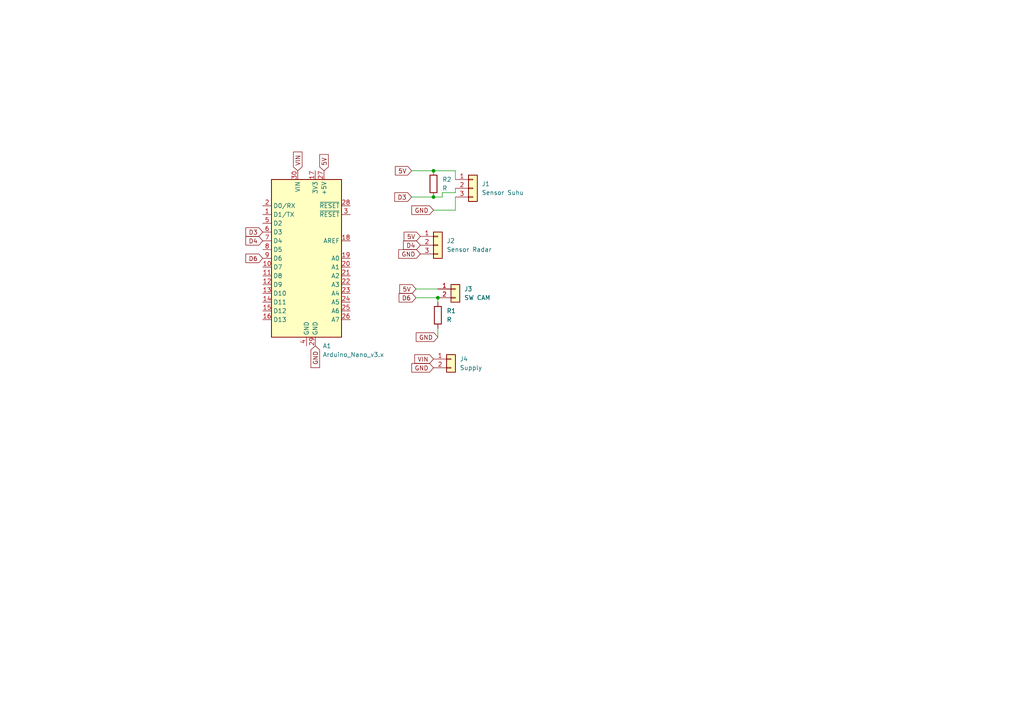
<source format=kicad_sch>
(kicad_sch
	(version 20250114)
	(generator "eeschema")
	(generator_version "9.0")
	(uuid "c51d99f9-4cb1-40d3-815a-5e45fb12fa68")
	(paper "A4")
	(lib_symbols
		(symbol "Connector_Generic:Conn_01x02"
			(pin_names
				(offset 1.016)
				(hide yes)
			)
			(exclude_from_sim no)
			(in_bom yes)
			(on_board yes)
			(property "Reference" "J"
				(at 0 2.54 0)
				(effects
					(font
						(size 1.27 1.27)
					)
				)
			)
			(property "Value" "Conn_01x02"
				(at 0 -5.08 0)
				(effects
					(font
						(size 1.27 1.27)
					)
				)
			)
			(property "Footprint" ""
				(at 0 0 0)
				(effects
					(font
						(size 1.27 1.27)
					)
					(hide yes)
				)
			)
			(property "Datasheet" "~"
				(at 0 0 0)
				(effects
					(font
						(size 1.27 1.27)
					)
					(hide yes)
				)
			)
			(property "Description" "Generic connector, single row, 01x02, script generated (kicad-library-utils/schlib/autogen/connector/)"
				(at 0 0 0)
				(effects
					(font
						(size 1.27 1.27)
					)
					(hide yes)
				)
			)
			(property "ki_keywords" "connector"
				(at 0 0 0)
				(effects
					(font
						(size 1.27 1.27)
					)
					(hide yes)
				)
			)
			(property "ki_fp_filters" "Connector*:*_1x??_*"
				(at 0 0 0)
				(effects
					(font
						(size 1.27 1.27)
					)
					(hide yes)
				)
			)
			(symbol "Conn_01x02_1_1"
				(rectangle
					(start -1.27 1.27)
					(end 1.27 -3.81)
					(stroke
						(width 0.254)
						(type default)
					)
					(fill
						(type background)
					)
				)
				(rectangle
					(start -1.27 0.127)
					(end 0 -0.127)
					(stroke
						(width 0.1524)
						(type default)
					)
					(fill
						(type none)
					)
				)
				(rectangle
					(start -1.27 -2.413)
					(end 0 -2.667)
					(stroke
						(width 0.1524)
						(type default)
					)
					(fill
						(type none)
					)
				)
				(pin passive line
					(at -5.08 0 0)
					(length 3.81)
					(name "Pin_1"
						(effects
							(font
								(size 1.27 1.27)
							)
						)
					)
					(number "1"
						(effects
							(font
								(size 1.27 1.27)
							)
						)
					)
				)
				(pin passive line
					(at -5.08 -2.54 0)
					(length 3.81)
					(name "Pin_2"
						(effects
							(font
								(size 1.27 1.27)
							)
						)
					)
					(number "2"
						(effects
							(font
								(size 1.27 1.27)
							)
						)
					)
				)
			)
			(embedded_fonts no)
		)
		(symbol "Connector_Generic:Conn_01x03"
			(pin_names
				(offset 1.016)
				(hide yes)
			)
			(exclude_from_sim no)
			(in_bom yes)
			(on_board yes)
			(property "Reference" "J"
				(at 0 5.08 0)
				(effects
					(font
						(size 1.27 1.27)
					)
				)
			)
			(property "Value" "Conn_01x03"
				(at 0 -5.08 0)
				(effects
					(font
						(size 1.27 1.27)
					)
				)
			)
			(property "Footprint" ""
				(at 0 0 0)
				(effects
					(font
						(size 1.27 1.27)
					)
					(hide yes)
				)
			)
			(property "Datasheet" "~"
				(at 0 0 0)
				(effects
					(font
						(size 1.27 1.27)
					)
					(hide yes)
				)
			)
			(property "Description" "Generic connector, single row, 01x03, script generated (kicad-library-utils/schlib/autogen/connector/)"
				(at 0 0 0)
				(effects
					(font
						(size 1.27 1.27)
					)
					(hide yes)
				)
			)
			(property "ki_keywords" "connector"
				(at 0 0 0)
				(effects
					(font
						(size 1.27 1.27)
					)
					(hide yes)
				)
			)
			(property "ki_fp_filters" "Connector*:*_1x??_*"
				(at 0 0 0)
				(effects
					(font
						(size 1.27 1.27)
					)
					(hide yes)
				)
			)
			(symbol "Conn_01x03_1_1"
				(rectangle
					(start -1.27 3.81)
					(end 1.27 -3.81)
					(stroke
						(width 0.254)
						(type default)
					)
					(fill
						(type background)
					)
				)
				(rectangle
					(start -1.27 2.667)
					(end 0 2.413)
					(stroke
						(width 0.1524)
						(type default)
					)
					(fill
						(type none)
					)
				)
				(rectangle
					(start -1.27 0.127)
					(end 0 -0.127)
					(stroke
						(width 0.1524)
						(type default)
					)
					(fill
						(type none)
					)
				)
				(rectangle
					(start -1.27 -2.413)
					(end 0 -2.667)
					(stroke
						(width 0.1524)
						(type default)
					)
					(fill
						(type none)
					)
				)
				(pin passive line
					(at -5.08 2.54 0)
					(length 3.81)
					(name "Pin_1"
						(effects
							(font
								(size 1.27 1.27)
							)
						)
					)
					(number "1"
						(effects
							(font
								(size 1.27 1.27)
							)
						)
					)
				)
				(pin passive line
					(at -5.08 0 0)
					(length 3.81)
					(name "Pin_2"
						(effects
							(font
								(size 1.27 1.27)
							)
						)
					)
					(number "2"
						(effects
							(font
								(size 1.27 1.27)
							)
						)
					)
				)
				(pin passive line
					(at -5.08 -2.54 0)
					(length 3.81)
					(name "Pin_3"
						(effects
							(font
								(size 1.27 1.27)
							)
						)
					)
					(number "3"
						(effects
							(font
								(size 1.27 1.27)
							)
						)
					)
				)
			)
			(embedded_fonts no)
		)
		(symbol "Device:R"
			(pin_numbers
				(hide yes)
			)
			(pin_names
				(offset 0)
			)
			(exclude_from_sim no)
			(in_bom yes)
			(on_board yes)
			(property "Reference" "R"
				(at 2.032 0 90)
				(effects
					(font
						(size 1.27 1.27)
					)
				)
			)
			(property "Value" "R"
				(at 0 0 90)
				(effects
					(font
						(size 1.27 1.27)
					)
				)
			)
			(property "Footprint" ""
				(at -1.778 0 90)
				(effects
					(font
						(size 1.27 1.27)
					)
					(hide yes)
				)
			)
			(property "Datasheet" "~"
				(at 0 0 0)
				(effects
					(font
						(size 1.27 1.27)
					)
					(hide yes)
				)
			)
			(property "Description" "Resistor"
				(at 0 0 0)
				(effects
					(font
						(size 1.27 1.27)
					)
					(hide yes)
				)
			)
			(property "ki_keywords" "R res resistor"
				(at 0 0 0)
				(effects
					(font
						(size 1.27 1.27)
					)
					(hide yes)
				)
			)
			(property "ki_fp_filters" "R_*"
				(at 0 0 0)
				(effects
					(font
						(size 1.27 1.27)
					)
					(hide yes)
				)
			)
			(symbol "R_0_1"
				(rectangle
					(start -1.016 -2.54)
					(end 1.016 2.54)
					(stroke
						(width 0.254)
						(type default)
					)
					(fill
						(type none)
					)
				)
			)
			(symbol "R_1_1"
				(pin passive line
					(at 0 3.81 270)
					(length 1.27)
					(name "~"
						(effects
							(font
								(size 1.27 1.27)
							)
						)
					)
					(number "1"
						(effects
							(font
								(size 1.27 1.27)
							)
						)
					)
				)
				(pin passive line
					(at 0 -3.81 90)
					(length 1.27)
					(name "~"
						(effects
							(font
								(size 1.27 1.27)
							)
						)
					)
					(number "2"
						(effects
							(font
								(size 1.27 1.27)
							)
						)
					)
				)
			)
			(embedded_fonts no)
		)
		(symbol "MCU_Module:Arduino_Nano_v3.x"
			(exclude_from_sim no)
			(in_bom yes)
			(on_board yes)
			(property "Reference" "A"
				(at -10.16 23.495 0)
				(effects
					(font
						(size 1.27 1.27)
					)
					(justify left bottom)
				)
			)
			(property "Value" "Arduino_Nano_v3.x"
				(at 5.08 -24.13 0)
				(effects
					(font
						(size 1.27 1.27)
					)
					(justify left top)
				)
			)
			(property "Footprint" "Module:Arduino_Nano"
				(at 0 0 0)
				(effects
					(font
						(size 1.27 1.27)
						(italic yes)
					)
					(hide yes)
				)
			)
			(property "Datasheet" "http://www.mouser.com/pdfdocs/Gravitech_Arduino_Nano3_0.pdf"
				(at 0 0 0)
				(effects
					(font
						(size 1.27 1.27)
					)
					(hide yes)
				)
			)
			(property "Description" "Arduino Nano v3.x"
				(at 0 0 0)
				(effects
					(font
						(size 1.27 1.27)
					)
					(hide yes)
				)
			)
			(property "ki_keywords" "Arduino nano microcontroller module USB"
				(at 0 0 0)
				(effects
					(font
						(size 1.27 1.27)
					)
					(hide yes)
				)
			)
			(property "ki_fp_filters" "Arduino*Nano*"
				(at 0 0 0)
				(effects
					(font
						(size 1.27 1.27)
					)
					(hide yes)
				)
			)
			(symbol "Arduino_Nano_v3.x_0_1"
				(rectangle
					(start -10.16 22.86)
					(end 10.16 -22.86)
					(stroke
						(width 0.254)
						(type default)
					)
					(fill
						(type background)
					)
				)
			)
			(symbol "Arduino_Nano_v3.x_1_1"
				(pin bidirectional line
					(at -12.7 15.24 0)
					(length 2.54)
					(name "D0/RX"
						(effects
							(font
								(size 1.27 1.27)
							)
						)
					)
					(number "2"
						(effects
							(font
								(size 1.27 1.27)
							)
						)
					)
				)
				(pin bidirectional line
					(at -12.7 12.7 0)
					(length 2.54)
					(name "D1/TX"
						(effects
							(font
								(size 1.27 1.27)
							)
						)
					)
					(number "1"
						(effects
							(font
								(size 1.27 1.27)
							)
						)
					)
				)
				(pin bidirectional line
					(at -12.7 10.16 0)
					(length 2.54)
					(name "D2"
						(effects
							(font
								(size 1.27 1.27)
							)
						)
					)
					(number "5"
						(effects
							(font
								(size 1.27 1.27)
							)
						)
					)
				)
				(pin bidirectional line
					(at -12.7 7.62 0)
					(length 2.54)
					(name "D3"
						(effects
							(font
								(size 1.27 1.27)
							)
						)
					)
					(number "6"
						(effects
							(font
								(size 1.27 1.27)
							)
						)
					)
				)
				(pin bidirectional line
					(at -12.7 5.08 0)
					(length 2.54)
					(name "D4"
						(effects
							(font
								(size 1.27 1.27)
							)
						)
					)
					(number "7"
						(effects
							(font
								(size 1.27 1.27)
							)
						)
					)
				)
				(pin bidirectional line
					(at -12.7 2.54 0)
					(length 2.54)
					(name "D5"
						(effects
							(font
								(size 1.27 1.27)
							)
						)
					)
					(number "8"
						(effects
							(font
								(size 1.27 1.27)
							)
						)
					)
				)
				(pin bidirectional line
					(at -12.7 0 0)
					(length 2.54)
					(name "D6"
						(effects
							(font
								(size 1.27 1.27)
							)
						)
					)
					(number "9"
						(effects
							(font
								(size 1.27 1.27)
							)
						)
					)
				)
				(pin bidirectional line
					(at -12.7 -2.54 0)
					(length 2.54)
					(name "D7"
						(effects
							(font
								(size 1.27 1.27)
							)
						)
					)
					(number "10"
						(effects
							(font
								(size 1.27 1.27)
							)
						)
					)
				)
				(pin bidirectional line
					(at -12.7 -5.08 0)
					(length 2.54)
					(name "D8"
						(effects
							(font
								(size 1.27 1.27)
							)
						)
					)
					(number "11"
						(effects
							(font
								(size 1.27 1.27)
							)
						)
					)
				)
				(pin bidirectional line
					(at -12.7 -7.62 0)
					(length 2.54)
					(name "D9"
						(effects
							(font
								(size 1.27 1.27)
							)
						)
					)
					(number "12"
						(effects
							(font
								(size 1.27 1.27)
							)
						)
					)
				)
				(pin bidirectional line
					(at -12.7 -10.16 0)
					(length 2.54)
					(name "D10"
						(effects
							(font
								(size 1.27 1.27)
							)
						)
					)
					(number "13"
						(effects
							(font
								(size 1.27 1.27)
							)
						)
					)
				)
				(pin bidirectional line
					(at -12.7 -12.7 0)
					(length 2.54)
					(name "D11"
						(effects
							(font
								(size 1.27 1.27)
							)
						)
					)
					(number "14"
						(effects
							(font
								(size 1.27 1.27)
							)
						)
					)
				)
				(pin bidirectional line
					(at -12.7 -15.24 0)
					(length 2.54)
					(name "D12"
						(effects
							(font
								(size 1.27 1.27)
							)
						)
					)
					(number "15"
						(effects
							(font
								(size 1.27 1.27)
							)
						)
					)
				)
				(pin bidirectional line
					(at -12.7 -17.78 0)
					(length 2.54)
					(name "D13"
						(effects
							(font
								(size 1.27 1.27)
							)
						)
					)
					(number "16"
						(effects
							(font
								(size 1.27 1.27)
							)
						)
					)
				)
				(pin power_in line
					(at -2.54 25.4 270)
					(length 2.54)
					(name "VIN"
						(effects
							(font
								(size 1.27 1.27)
							)
						)
					)
					(number "30"
						(effects
							(font
								(size 1.27 1.27)
							)
						)
					)
				)
				(pin power_in line
					(at 0 -25.4 90)
					(length 2.54)
					(name "GND"
						(effects
							(font
								(size 1.27 1.27)
							)
						)
					)
					(number "4"
						(effects
							(font
								(size 1.27 1.27)
							)
						)
					)
				)
				(pin power_out line
					(at 2.54 25.4 270)
					(length 2.54)
					(name "3V3"
						(effects
							(font
								(size 1.27 1.27)
							)
						)
					)
					(number "17"
						(effects
							(font
								(size 1.27 1.27)
							)
						)
					)
				)
				(pin power_in line
					(at 2.54 -25.4 90)
					(length 2.54)
					(name "GND"
						(effects
							(font
								(size 1.27 1.27)
							)
						)
					)
					(number "29"
						(effects
							(font
								(size 1.27 1.27)
							)
						)
					)
				)
				(pin power_out line
					(at 5.08 25.4 270)
					(length 2.54)
					(name "+5V"
						(effects
							(font
								(size 1.27 1.27)
							)
						)
					)
					(number "27"
						(effects
							(font
								(size 1.27 1.27)
							)
						)
					)
				)
				(pin input line
					(at 12.7 15.24 180)
					(length 2.54)
					(name "~{RESET}"
						(effects
							(font
								(size 1.27 1.27)
							)
						)
					)
					(number "28"
						(effects
							(font
								(size 1.27 1.27)
							)
						)
					)
				)
				(pin input line
					(at 12.7 12.7 180)
					(length 2.54)
					(name "~{RESET}"
						(effects
							(font
								(size 1.27 1.27)
							)
						)
					)
					(number "3"
						(effects
							(font
								(size 1.27 1.27)
							)
						)
					)
				)
				(pin input line
					(at 12.7 5.08 180)
					(length 2.54)
					(name "AREF"
						(effects
							(font
								(size 1.27 1.27)
							)
						)
					)
					(number "18"
						(effects
							(font
								(size 1.27 1.27)
							)
						)
					)
				)
				(pin bidirectional line
					(at 12.7 0 180)
					(length 2.54)
					(name "A0"
						(effects
							(font
								(size 1.27 1.27)
							)
						)
					)
					(number "19"
						(effects
							(font
								(size 1.27 1.27)
							)
						)
					)
				)
				(pin bidirectional line
					(at 12.7 -2.54 180)
					(length 2.54)
					(name "A1"
						(effects
							(font
								(size 1.27 1.27)
							)
						)
					)
					(number "20"
						(effects
							(font
								(size 1.27 1.27)
							)
						)
					)
				)
				(pin bidirectional line
					(at 12.7 -5.08 180)
					(length 2.54)
					(name "A2"
						(effects
							(font
								(size 1.27 1.27)
							)
						)
					)
					(number "21"
						(effects
							(font
								(size 1.27 1.27)
							)
						)
					)
				)
				(pin bidirectional line
					(at 12.7 -7.62 180)
					(length 2.54)
					(name "A3"
						(effects
							(font
								(size 1.27 1.27)
							)
						)
					)
					(number "22"
						(effects
							(font
								(size 1.27 1.27)
							)
						)
					)
				)
				(pin bidirectional line
					(at 12.7 -10.16 180)
					(length 2.54)
					(name "A4"
						(effects
							(font
								(size 1.27 1.27)
							)
						)
					)
					(number "23"
						(effects
							(font
								(size 1.27 1.27)
							)
						)
					)
				)
				(pin bidirectional line
					(at 12.7 -12.7 180)
					(length 2.54)
					(name "A5"
						(effects
							(font
								(size 1.27 1.27)
							)
						)
					)
					(number "24"
						(effects
							(font
								(size 1.27 1.27)
							)
						)
					)
				)
				(pin bidirectional line
					(at 12.7 -15.24 180)
					(length 2.54)
					(name "A6"
						(effects
							(font
								(size 1.27 1.27)
							)
						)
					)
					(number "25"
						(effects
							(font
								(size 1.27 1.27)
							)
						)
					)
				)
				(pin bidirectional line
					(at 12.7 -17.78 180)
					(length 2.54)
					(name "A7"
						(effects
							(font
								(size 1.27 1.27)
							)
						)
					)
					(number "26"
						(effects
							(font
								(size 1.27 1.27)
							)
						)
					)
				)
			)
			(embedded_fonts no)
		)
	)
	(junction
		(at 125.73 49.53)
		(diameter 0)
		(color 0 0 0 0)
		(uuid "e6561c5f-7b1d-46c1-a4c9-7574b0af7fad")
	)
	(junction
		(at 125.73 57.15)
		(diameter 0)
		(color 0 0 0 0)
		(uuid "e82a6e8e-f7ac-4622-8a84-55291a5742b9")
	)
	(junction
		(at 127 86.36)
		(diameter 0)
		(color 0 0 0 0)
		(uuid "fada7c01-cb5d-4f17-8522-b425cb884b80")
	)
	(wire
		(pts
			(xy 128.27 55.88) (xy 128.27 57.15)
		)
		(stroke
			(width 0)
			(type default)
		)
		(uuid "123cf06a-0ec8-45b6-86f0-3d0fe9e47091")
	)
	(wire
		(pts
			(xy 127 87.63) (xy 127 86.36)
		)
		(stroke
			(width 0)
			(type default)
		)
		(uuid "3aa5cb15-d46b-4aee-a275-1f02a9b6fce6")
	)
	(wire
		(pts
			(xy 120.65 86.36) (xy 127 86.36)
		)
		(stroke
			(width 0)
			(type default)
		)
		(uuid "466624ca-7793-470d-8b76-fd7932b74ceb")
	)
	(wire
		(pts
			(xy 125.73 60.96) (xy 132.08 60.96)
		)
		(stroke
			(width 0)
			(type default)
		)
		(uuid "69034541-a923-4c4c-b69d-dcd4c9fbf23a")
	)
	(wire
		(pts
			(xy 132.08 55.88) (xy 128.27 55.88)
		)
		(stroke
			(width 0)
			(type default)
		)
		(uuid "6a23d5c6-4485-4643-aca0-e79f2c8a02d4")
	)
	(wire
		(pts
			(xy 119.38 57.15) (xy 125.73 57.15)
		)
		(stroke
			(width 0)
			(type default)
		)
		(uuid "848fc9c8-eebf-4a4b-b874-ef5bb2e5e611")
	)
	(wire
		(pts
			(xy 132.08 54.61) (xy 132.08 55.88)
		)
		(stroke
			(width 0)
			(type default)
		)
		(uuid "8d93a005-62ca-494d-adcc-268159080da4")
	)
	(wire
		(pts
			(xy 132.08 60.96) (xy 132.08 57.15)
		)
		(stroke
			(width 0)
			(type default)
		)
		(uuid "92d9fa0a-767e-4994-9c73-0cc4aaca95ec")
	)
	(wire
		(pts
			(xy 127 97.79) (xy 127 95.25)
		)
		(stroke
			(width 0)
			(type default)
		)
		(uuid "a3ec7bb2-e910-45fb-841a-b01f509285bd")
	)
	(wire
		(pts
			(xy 132.08 49.53) (xy 125.73 49.53)
		)
		(stroke
			(width 0)
			(type default)
		)
		(uuid "a56f14c1-8641-4424-9f37-518513adc421")
	)
	(wire
		(pts
			(xy 120.65 83.82) (xy 127 83.82)
		)
		(stroke
			(width 0)
			(type default)
		)
		(uuid "a830c520-a8fa-42f0-8065-53a3ecb69d2c")
	)
	(wire
		(pts
			(xy 119.38 49.53) (xy 125.73 49.53)
		)
		(stroke
			(width 0)
			(type default)
		)
		(uuid "e02d68c7-ee52-477f-898f-ba7322e9ff45")
	)
	(wire
		(pts
			(xy 132.08 52.07) (xy 132.08 49.53)
		)
		(stroke
			(width 0)
			(type default)
		)
		(uuid "e4611e1c-5753-4e95-aab9-33ba7570a5b5")
	)
	(wire
		(pts
			(xy 128.27 57.15) (xy 125.73 57.15)
		)
		(stroke
			(width 0)
			(type default)
		)
		(uuid "ef7f2d50-eb19-4d48-aa41-6e445fd1280f")
	)
	(global_label "D3"
		(shape input)
		(at 119.38 57.15 180)
		(fields_autoplaced yes)
		(effects
			(font
				(size 1.27 1.27)
			)
			(justify right)
		)
		(uuid "2140b488-30e1-44b2-b577-d3ab45a7f963")
		(property "Intersheetrefs" "${INTERSHEET_REFS}"
			(at 113.9153 57.15 0)
			(effects
				(font
					(size 1.27 1.27)
				)
				(justify right)
				(hide yes)
			)
		)
	)
	(global_label "5V"
		(shape input)
		(at 93.98 49.53 90)
		(fields_autoplaced yes)
		(effects
			(font
				(size 1.27 1.27)
			)
			(justify left)
		)
		(uuid "219a309b-8c98-48e6-be28-0cb3064c13cc")
		(property "Intersheetrefs" "${INTERSHEET_REFS}"
			(at 93.98 44.2467 90)
			(effects
				(font
					(size 1.27 1.27)
				)
				(justify left)
				(hide yes)
			)
		)
	)
	(global_label "D4"
		(shape input)
		(at 121.92 71.12 180)
		(fields_autoplaced yes)
		(effects
			(font
				(size 1.27 1.27)
			)
			(justify right)
		)
		(uuid "2dcbec26-ecb5-4b73-a97a-3b7c4d8c6443")
		(property "Intersheetrefs" "${INTERSHEET_REFS}"
			(at 116.4553 71.12 0)
			(effects
				(font
					(size 1.27 1.27)
				)
				(justify right)
				(hide yes)
			)
		)
	)
	(global_label "GND"
		(shape input)
		(at 127 97.79 180)
		(fields_autoplaced yes)
		(effects
			(font
				(size 1.27 1.27)
			)
			(justify right)
		)
		(uuid "30cd5d33-ae00-4c2f-b5fe-33cce5409a4d")
		(property "Intersheetrefs" "${INTERSHEET_REFS}"
			(at 120.1443 97.79 0)
			(effects
				(font
					(size 1.27 1.27)
				)
				(justify right)
				(hide yes)
			)
		)
	)
	(global_label "5V"
		(shape input)
		(at 119.38 49.53 180)
		(fields_autoplaced yes)
		(effects
			(font
				(size 1.27 1.27)
			)
			(justify right)
		)
		(uuid "381f414a-7cb5-43d6-8a8a-c65a0df58d10")
		(property "Intersheetrefs" "${INTERSHEET_REFS}"
			(at 114.0967 49.53 0)
			(effects
				(font
					(size 1.27 1.27)
				)
				(justify right)
				(hide yes)
			)
		)
	)
	(global_label "VIN"
		(shape input)
		(at 125.73 104.14 180)
		(fields_autoplaced yes)
		(effects
			(font
				(size 1.27 1.27)
			)
			(justify right)
		)
		(uuid "39aab8d9-700a-40d0-94c3-5d6078179082")
		(property "Intersheetrefs" "${INTERSHEET_REFS}"
			(at 119.7209 104.14 0)
			(effects
				(font
					(size 1.27 1.27)
				)
				(justify right)
				(hide yes)
			)
		)
	)
	(global_label "VIN"
		(shape input)
		(at 86.36 49.53 90)
		(fields_autoplaced yes)
		(effects
			(font
				(size 1.27 1.27)
			)
			(justify left)
		)
		(uuid "402320c9-d744-4d3e-ac89-8435aee44c2d")
		(property "Intersheetrefs" "${INTERSHEET_REFS}"
			(at 86.36 43.5209 90)
			(effects
				(font
					(size 1.27 1.27)
				)
				(justify left)
				(hide yes)
			)
		)
	)
	(global_label "GND"
		(shape input)
		(at 125.73 106.68 180)
		(fields_autoplaced yes)
		(effects
			(font
				(size 1.27 1.27)
			)
			(justify right)
		)
		(uuid "44f9605b-5a3b-448e-be31-bb68c6abcc43")
		(property "Intersheetrefs" "${INTERSHEET_REFS}"
			(at 118.8743 106.68 0)
			(effects
				(font
					(size 1.27 1.27)
				)
				(justify right)
				(hide yes)
			)
		)
	)
	(global_label "D3"
		(shape input)
		(at 76.2 67.31 180)
		(fields_autoplaced yes)
		(effects
			(font
				(size 1.27 1.27)
			)
			(justify right)
		)
		(uuid "46d0a340-4002-4e85-9c80-d8ade863f9be")
		(property "Intersheetrefs" "${INTERSHEET_REFS}"
			(at 70.7353 67.31 0)
			(effects
				(font
					(size 1.27 1.27)
				)
				(justify right)
				(hide yes)
			)
		)
	)
	(global_label "D4"
		(shape input)
		(at 76.2 69.85 180)
		(fields_autoplaced yes)
		(effects
			(font
				(size 1.27 1.27)
			)
			(justify right)
		)
		(uuid "552c5b58-31af-4073-a22c-a4d2ed2cf894")
		(property "Intersheetrefs" "${INTERSHEET_REFS}"
			(at 70.7353 69.85 0)
			(effects
				(font
					(size 1.27 1.27)
				)
				(justify right)
				(hide yes)
			)
		)
	)
	(global_label "GND"
		(shape input)
		(at 121.92 73.66 180)
		(fields_autoplaced yes)
		(effects
			(font
				(size 1.27 1.27)
			)
			(justify right)
		)
		(uuid "754127da-57b4-4be8-8795-b69d890592f0")
		(property "Intersheetrefs" "${INTERSHEET_REFS}"
			(at 115.0643 73.66 0)
			(effects
				(font
					(size 1.27 1.27)
				)
				(justify right)
				(hide yes)
			)
		)
	)
	(global_label "D6"
		(shape input)
		(at 120.65 86.36 180)
		(fields_autoplaced yes)
		(effects
			(font
				(size 1.27 1.27)
			)
			(justify right)
		)
		(uuid "9d9c7f3e-085f-4ee2-946f-b7620e80305f")
		(property "Intersheetrefs" "${INTERSHEET_REFS}"
			(at 115.1853 86.36 0)
			(effects
				(font
					(size 1.27 1.27)
				)
				(justify right)
				(hide yes)
			)
		)
	)
	(global_label "D6"
		(shape input)
		(at 76.2 74.93 180)
		(fields_autoplaced yes)
		(effects
			(font
				(size 1.27 1.27)
			)
			(justify right)
		)
		(uuid "ab956c17-5acd-4cb6-a9ae-820cda811a3f")
		(property "Intersheetrefs" "${INTERSHEET_REFS}"
			(at 70.7353 74.93 0)
			(effects
				(font
					(size 1.27 1.27)
				)
				(justify right)
				(hide yes)
			)
		)
	)
	(global_label "5V"
		(shape input)
		(at 120.65 83.82 180)
		(fields_autoplaced yes)
		(effects
			(font
				(size 1.27 1.27)
			)
			(justify right)
		)
		(uuid "b87b6299-2e7a-4558-8686-969bdbae411d")
		(property "Intersheetrefs" "${INTERSHEET_REFS}"
			(at 115.3667 83.82 0)
			(effects
				(font
					(size 1.27 1.27)
				)
				(justify right)
				(hide yes)
			)
		)
	)
	(global_label "GND"
		(shape input)
		(at 125.73 60.96 180)
		(fields_autoplaced yes)
		(effects
			(font
				(size 1.27 1.27)
			)
			(justify right)
		)
		(uuid "d8bb96e5-8ce1-4f66-b141-3ba213f461d4")
		(property "Intersheetrefs" "${INTERSHEET_REFS}"
			(at 118.8743 60.96 0)
			(effects
				(font
					(size 1.27 1.27)
				)
				(justify right)
				(hide yes)
			)
		)
	)
	(global_label "5V"
		(shape input)
		(at 121.92 68.58 180)
		(fields_autoplaced yes)
		(effects
			(font
				(size 1.27 1.27)
			)
			(justify right)
		)
		(uuid "e54e8fd5-a81c-4c1a-8b90-20e04f729639")
		(property "Intersheetrefs" "${INTERSHEET_REFS}"
			(at 116.6367 68.58 0)
			(effects
				(font
					(size 1.27 1.27)
				)
				(justify right)
				(hide yes)
			)
		)
	)
	(global_label "GND"
		(shape input)
		(at 91.44 100.33 270)
		(fields_autoplaced yes)
		(effects
			(font
				(size 1.27 1.27)
			)
			(justify right)
		)
		(uuid "f59306be-634b-4e14-aa19-4635f63472da")
		(property "Intersheetrefs" "${INTERSHEET_REFS}"
			(at 91.44 107.1857 90)
			(effects
				(font
					(size 1.27 1.27)
				)
				(justify right)
				(hide yes)
			)
		)
	)
	(symbol
		(lib_id "Device:R")
		(at 125.73 53.34 180)
		(unit 1)
		(exclude_from_sim no)
		(in_bom yes)
		(on_board yes)
		(dnp no)
		(fields_autoplaced yes)
		(uuid "012331cd-4da0-4e46-b9e1-759ee00d3063")
		(property "Reference" "R2"
			(at 128.27 52.0699 0)
			(effects
				(font
					(size 1.27 1.27)
				)
				(justify right)
			)
		)
		(property "Value" "R"
			(at 128.27 54.6099 0)
			(effects
				(font
					(size 1.27 1.27)
				)
				(justify right)
			)
		)
		(property "Footprint" "Resistor_SMD:R_1206_3216Metric_Pad1.30x1.75mm_HandSolder"
			(at 127.508 53.34 90)
			(effects
				(font
					(size 1.27 1.27)
				)
				(hide yes)
			)
		)
		(property "Datasheet" "~"
			(at 125.73 53.34 0)
			(effects
				(font
					(size 1.27 1.27)
				)
				(hide yes)
			)
		)
		(property "Description" "Resistor"
			(at 125.73 53.34 0)
			(effects
				(font
					(size 1.27 1.27)
				)
				(hide yes)
			)
		)
		(pin "2"
			(uuid "9febc410-74f0-43a2-a956-6a8b06c8d206")
		)
		(pin "1"
			(uuid "89aa956b-1ffa-4322-a0af-ef2cde479eae")
		)
		(instances
			(project "skematik"
				(path "/c51d99f9-4cb1-40d3-815a-5e45fb12fa68"
					(reference "R2")
					(unit 1)
				)
			)
		)
	)
	(symbol
		(lib_id "MCU_Module:Arduino_Nano_v3.x")
		(at 88.9 74.93 0)
		(unit 1)
		(exclude_from_sim no)
		(in_bom yes)
		(on_board yes)
		(dnp no)
		(fields_autoplaced yes)
		(uuid "019b4e32-ea3d-49a1-a388-73e3795c446e")
		(property "Reference" "A1"
			(at 93.5833 100.33 0)
			(effects
				(font
					(size 1.27 1.27)
				)
				(justify left)
			)
		)
		(property "Value" "Arduino_Nano_v3.x"
			(at 93.5833 102.87 0)
			(effects
				(font
					(size 1.27 1.27)
				)
				(justify left)
			)
		)
		(property "Footprint" "Module:Arduino_Nano"
			(at 88.9 74.93 0)
			(effects
				(font
					(size 1.27 1.27)
					(italic yes)
				)
				(hide yes)
			)
		)
		(property "Datasheet" "http://www.mouser.com/pdfdocs/Gravitech_Arduino_Nano3_0.pdf"
			(at 88.9 74.93 0)
			(effects
				(font
					(size 1.27 1.27)
				)
				(hide yes)
			)
		)
		(property "Description" "Arduino Nano v3.x"
			(at 88.9 74.93 0)
			(effects
				(font
					(size 1.27 1.27)
				)
				(hide yes)
			)
		)
		(pin "6"
			(uuid "a034f420-0879-4aa5-af6f-4fc0b9425e45")
		)
		(pin "11"
			(uuid "b447cd12-93c8-4dfa-aadf-b375b9f12e01")
		)
		(pin "5"
			(uuid "4a348653-d3d3-4339-87e1-dfd4f1c0cf35")
		)
		(pin "7"
			(uuid "cdac0c7d-2f21-4b50-832d-fb9a60ae085a")
		)
		(pin "2"
			(uuid "bfd0ca18-f295-4141-a66e-beee7612fa7c")
		)
		(pin "10"
			(uuid "ff59fe60-bd14-407d-9709-a7a6ef772faf")
		)
		(pin "14"
			(uuid "f0ff94a4-d81a-4623-8699-15d9b4c93c2b")
		)
		(pin "1"
			(uuid "fb17542d-01ca-4a8d-a117-761e988e907e")
		)
		(pin "8"
			(uuid "5d9da927-70ad-4c77-a088-668d8060a544")
		)
		(pin "9"
			(uuid "794e19d7-5a04-4db1-98c2-884c4d21f8eb")
		)
		(pin "12"
			(uuid "65f6c8b1-4bde-42c3-a102-e2cbbdbd1d70")
		)
		(pin "13"
			(uuid "cde448cb-61d6-4964-a37f-b640aa9f21fc")
		)
		(pin "24"
			(uuid "8843c0ae-836a-4bb0-8911-51d099a52d36")
		)
		(pin "30"
			(uuid "2780601c-082c-4a43-9099-b5eccce6e2a7")
		)
		(pin "18"
			(uuid "fb38ca80-a184-4f17-8d09-464a8dc002b5")
		)
		(pin "4"
			(uuid "a625cd2d-ed92-45c6-bbba-4ffc7a071371")
		)
		(pin "23"
			(uuid "d9fc64a2-7f11-4992-b2c4-936abdec7eca")
		)
		(pin "25"
			(uuid "7bee54e3-ff76-4e7c-86b9-3451cd9b35a0")
		)
		(pin "26"
			(uuid "950ffcb6-bbee-4821-a103-5b1df0dbf5fe")
		)
		(pin "19"
			(uuid "74bc2ae5-f9e8-4ffc-b5af-06eb78d3f32f")
		)
		(pin "17"
			(uuid "0611a8aa-80a4-4066-ac00-0a62a7794e9b")
		)
		(pin "20"
			(uuid "594f8931-5810-47f2-a2bf-5457dec9a673")
		)
		(pin "3"
			(uuid "83ae62e9-b924-4fb5-93ba-a2ad3b378e5f")
		)
		(pin "16"
			(uuid "5d40921a-ee2d-4bcd-9089-ed8827505cd4")
		)
		(pin "15"
			(uuid "6efefdf1-152f-4b06-9135-f8c324277afa")
		)
		(pin "28"
			(uuid "d510d610-a20a-4c1a-ae6f-f75d733b4415")
		)
		(pin "22"
			(uuid "d67d4fb5-22ae-498f-aa59-4d583abe7aa1")
		)
		(pin "29"
			(uuid "13f015e4-8f14-42aa-8768-aaf81d9670e4")
		)
		(pin "21"
			(uuid "c4328cbb-e0ad-42db-9276-83607a612773")
		)
		(pin "27"
			(uuid "8e4a9625-19b4-40f6-abad-2b3788b96a37")
		)
		(instances
			(project ""
				(path "/c51d99f9-4cb1-40d3-815a-5e45fb12fa68"
					(reference "A1")
					(unit 1)
				)
			)
		)
	)
	(symbol
		(lib_id "Connector_Generic:Conn_01x03")
		(at 137.16 54.61 0)
		(unit 1)
		(exclude_from_sim no)
		(in_bom yes)
		(on_board yes)
		(dnp no)
		(fields_autoplaced yes)
		(uuid "10fd3004-c354-4049-a8b1-c1c83ead1c42")
		(property "Reference" "J1"
			(at 139.7 53.3399 0)
			(effects
				(font
					(size 1.27 1.27)
				)
				(justify left)
			)
		)
		(property "Value" "Sensor Suhu"
			(at 139.7 55.8799 0)
			(effects
				(font
					(size 1.27 1.27)
				)
				(justify left)
			)
		)
		(property "Footprint" "Connector_PinHeader_2.54mm:PinHeader_1x03_P2.54mm_Vertical"
			(at 137.16 54.61 0)
			(effects
				(font
					(size 1.27 1.27)
				)
				(hide yes)
			)
		)
		(property "Datasheet" "~"
			(at 137.16 54.61 0)
			(effects
				(font
					(size 1.27 1.27)
				)
				(hide yes)
			)
		)
		(property "Description" "Generic connector, single row, 01x03, script generated (kicad-library-utils/schlib/autogen/connector/)"
			(at 137.16 54.61 0)
			(effects
				(font
					(size 1.27 1.27)
				)
				(hide yes)
			)
		)
		(pin "3"
			(uuid "8075846f-ec4d-414d-9b2e-d17ee4508c0c")
		)
		(pin "1"
			(uuid "6af8437c-3260-4ebe-b3f4-854fc870c9de")
		)
		(pin "2"
			(uuid "65016999-662a-4746-bc71-717a188186e4")
		)
		(instances
			(project ""
				(path "/c51d99f9-4cb1-40d3-815a-5e45fb12fa68"
					(reference "J1")
					(unit 1)
				)
			)
		)
	)
	(symbol
		(lib_id "Connector_Generic:Conn_01x02")
		(at 132.08 83.82 0)
		(unit 1)
		(exclude_from_sim no)
		(in_bom yes)
		(on_board yes)
		(dnp no)
		(fields_autoplaced yes)
		(uuid "3757a9a2-9cb2-4ebc-aa0e-89c9485c6032")
		(property "Reference" "J3"
			(at 134.62 83.8199 0)
			(effects
				(font
					(size 1.27 1.27)
				)
				(justify left)
			)
		)
		(property "Value" "SW CAM"
			(at 134.62 86.3599 0)
			(effects
				(font
					(size 1.27 1.27)
				)
				(justify left)
			)
		)
		(property "Footprint" "Connector_PinHeader_2.54mm:PinHeader_1x02_P2.54mm_Vertical"
			(at 132.08 83.82 0)
			(effects
				(font
					(size 1.27 1.27)
				)
				(hide yes)
			)
		)
		(property "Datasheet" "~"
			(at 132.08 83.82 0)
			(effects
				(font
					(size 1.27 1.27)
				)
				(hide yes)
			)
		)
		(property "Description" "Generic connector, single row, 01x02, script generated (kicad-library-utils/schlib/autogen/connector/)"
			(at 132.08 83.82 0)
			(effects
				(font
					(size 1.27 1.27)
				)
				(hide yes)
			)
		)
		(pin "1"
			(uuid "090b79fc-b341-47e2-bcf2-16a8828fb467")
		)
		(pin "2"
			(uuid "94e82384-7c15-45d5-89fe-afc8aa965b8d")
		)
		(instances
			(project ""
				(path "/c51d99f9-4cb1-40d3-815a-5e45fb12fa68"
					(reference "J3")
					(unit 1)
				)
			)
		)
	)
	(symbol
		(lib_id "Connector_Generic:Conn_01x02")
		(at 130.81 104.14 0)
		(unit 1)
		(exclude_from_sim no)
		(in_bom yes)
		(on_board yes)
		(dnp no)
		(fields_autoplaced yes)
		(uuid "39c53fdf-74a2-4a34-b984-d7e552f732f9")
		(property "Reference" "J4"
			(at 133.35 104.1399 0)
			(effects
				(font
					(size 1.27 1.27)
				)
				(justify left)
			)
		)
		(property "Value" "Supply"
			(at 133.35 106.6799 0)
			(effects
				(font
					(size 1.27 1.27)
				)
				(justify left)
			)
		)
		(property "Footprint" "Connector_PinHeader_2.54mm:PinHeader_1x02_P2.54mm_Vertical"
			(at 130.81 104.14 0)
			(effects
				(font
					(size 1.27 1.27)
				)
				(hide yes)
			)
		)
		(property "Datasheet" "~"
			(at 130.81 104.14 0)
			(effects
				(font
					(size 1.27 1.27)
				)
				(hide yes)
			)
		)
		(property "Description" "Generic connector, single row, 01x02, script generated (kicad-library-utils/schlib/autogen/connector/)"
			(at 130.81 104.14 0)
			(effects
				(font
					(size 1.27 1.27)
				)
				(hide yes)
			)
		)
		(pin "2"
			(uuid "62981933-3184-42ef-b8fd-65888e85917f")
		)
		(pin "1"
			(uuid "492510b6-8d3a-4337-9950-4676221d9a7a")
		)
		(instances
			(project ""
				(path "/c51d99f9-4cb1-40d3-815a-5e45fb12fa68"
					(reference "J4")
					(unit 1)
				)
			)
		)
	)
	(symbol
		(lib_id "Connector_Generic:Conn_01x03")
		(at 127 71.12 0)
		(unit 1)
		(exclude_from_sim no)
		(in_bom yes)
		(on_board yes)
		(dnp no)
		(fields_autoplaced yes)
		(uuid "4a6b7f7b-ead8-4933-be5a-7c0d62fb0ca3")
		(property "Reference" "J2"
			(at 129.54 69.8499 0)
			(effects
				(font
					(size 1.27 1.27)
				)
				(justify left)
			)
		)
		(property "Value" "Sensor Radar"
			(at 129.54 72.3899 0)
			(effects
				(font
					(size 1.27 1.27)
				)
				(justify left)
			)
		)
		(property "Footprint" "Connector_PinHeader_2.54mm:PinHeader_1x03_P2.54mm_Vertical"
			(at 127 71.12 0)
			(effects
				(font
					(size 1.27 1.27)
				)
				(hide yes)
			)
		)
		(property "Datasheet" "~"
			(at 127 71.12 0)
			(effects
				(font
					(size 1.27 1.27)
				)
				(hide yes)
			)
		)
		(property "Description" "Generic connector, single row, 01x03, script generated (kicad-library-utils/schlib/autogen/connector/)"
			(at 127 71.12 0)
			(effects
				(font
					(size 1.27 1.27)
				)
				(hide yes)
			)
		)
		(pin "3"
			(uuid "6a55969e-b85a-4be9-b298-78578330ce4b")
		)
		(pin "2"
			(uuid "62bf91da-e71b-4234-bfc7-26e0833c16ce")
		)
		(pin "1"
			(uuid "a7942a84-9e76-4868-b3ec-e4275ef3fffa")
		)
		(instances
			(project ""
				(path "/c51d99f9-4cb1-40d3-815a-5e45fb12fa68"
					(reference "J2")
					(unit 1)
				)
			)
		)
	)
	(symbol
		(lib_id "Device:R")
		(at 127 91.44 0)
		(unit 1)
		(exclude_from_sim no)
		(in_bom yes)
		(on_board yes)
		(dnp no)
		(fields_autoplaced yes)
		(uuid "5bf39a4d-ebef-448d-925a-0ce947e76c84")
		(property "Reference" "R1"
			(at 129.54 90.1699 0)
			(effects
				(font
					(size 1.27 1.27)
				)
				(justify left)
			)
		)
		(property "Value" "R"
			(at 129.54 92.7099 0)
			(effects
				(font
					(size 1.27 1.27)
				)
				(justify left)
			)
		)
		(property "Footprint" "Resistor_SMD:R_1206_3216Metric_Pad1.30x1.75mm_HandSolder"
			(at 125.222 91.44 90)
			(effects
				(font
					(size 1.27 1.27)
				)
				(hide yes)
			)
		)
		(property "Datasheet" "~"
			(at 127 91.44 0)
			(effects
				(font
					(size 1.27 1.27)
				)
				(hide yes)
			)
		)
		(property "Description" "Resistor"
			(at 127 91.44 0)
			(effects
				(font
					(size 1.27 1.27)
				)
				(hide yes)
			)
		)
		(pin "2"
			(uuid "74147a54-d0d6-4ea9-bdea-77608450d132")
		)
		(pin "1"
			(uuid "a7e27ae5-e14b-4ef3-9e41-e1145e6bcfa2")
		)
		(instances
			(project ""
				(path "/c51d99f9-4cb1-40d3-815a-5e45fb12fa68"
					(reference "R1")
					(unit 1)
				)
			)
		)
	)
	(sheet_instances
		(path "/"
			(page "1")
		)
	)
	(embedded_fonts no)
)

</source>
